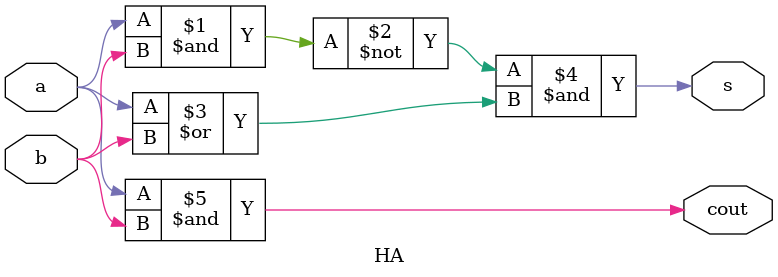
<source format=v>
`timescale 1ns / 1ps


module HA(
    s,
    cout,
    a,
    b
    );
    output s;
    output cout;
    input a;
    input b;
    
    wire s;
    wire cout;
    wire a;
    wire b;
    
    assign s = ~(a & b) & (a | b);
    assign cout = a & b;
    
endmodule

</source>
